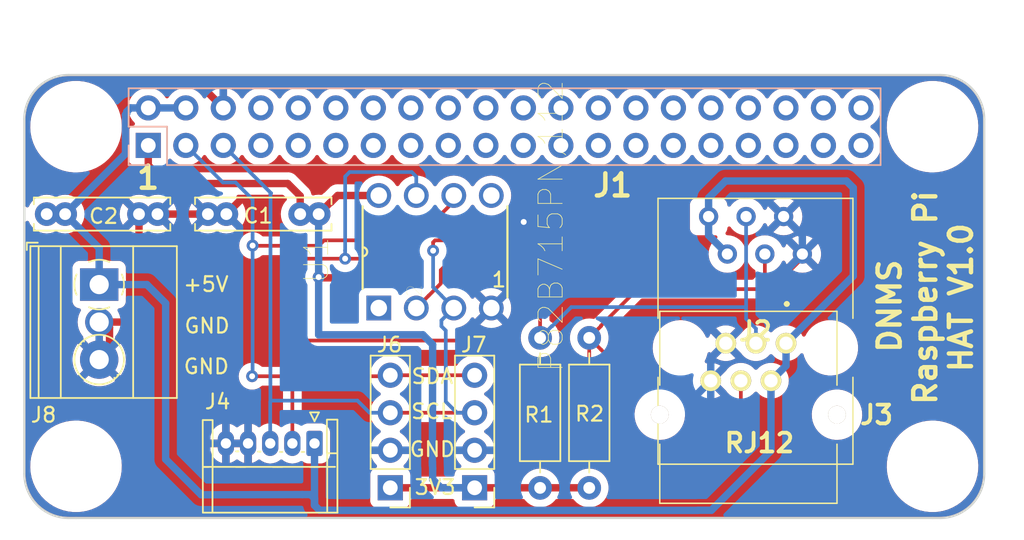
<source format=kicad_pcb>
(kicad_pcb (version 20221018) (generator pcbnew)
  (title_block (date "2019-02-28") (rev "1.0"))
  (layers (0 "F.Cu" signal) (31 "B.Cu" signal) (34 "B.Paste" user) (35 "F.Paste" user) (36 "B.SilkS" user "B.Silkscreen") (37 "F.SilkS" user "F.Silkscreen") (38 "B.Mask" user) (39 "F.Mask" user) (44 "Edge.Cuts" user))
  (net 0 "")
  (net 1 "+3V3")
  (net 2 "+5V")
  (net 3 "GND")
  (net 38 "SCL")
  (net 39 "SDA")
  (net 40 "SDA-EX")
  (net 41 "SCL-EX")
  (footprint "C_THT_100nF:C_THT_100nF_L9.0mm_W2.0mm_P5.00mm_P7.50mm" (layer "F.Cu") (at 137.46072 100.48874 180)
    (fp_text reference "C1" (at 4.09194 -0.11684) (layer "F.SilkS"))
    (fp_text value "100nF")
    (fp_line (start -0.87 -1.12) (end -0.87 -0.665) (stroke (width 0.12)) (layer "F.SilkS"))
    (fp_line (start -0.87 -1.12) (end 8.37 -1.12) (stroke (width 0.12)) (layer "F.SilkS"))
    (fp_line (start -0.87 0.665) (end -0.87 1.12) (stroke (width 0.12)) (layer "F.SilkS"))
    (fp_line (start -0.87 1.12) (end 8.37 1.12) (stroke (width 0.12)) (layer "F.SilkS"))
    (fp_line (start 8.37 -1.12) (end 8.37 -0.665) (stroke (width 0.12)) (layer "F.SilkS"))
    (fp_line (start 8.37 0.665) (end 8.37 1.12) (stroke (width 0.12)) (layer "F.SilkS"))
    (pad "1" thru_hole circle (at 0 0 180) (size 1.6 1.6) (drill 0.8) (layers "*.Cu" "*.Mask") (net 1 "+3V3"))
    (pad "1" thru_hole circle (at 1.25 0 180) (size 1.6 1.6) (drill 0.8) (layers "*.Cu" "*.Mask") (net 1 "+3V3"))
    (pad "2" thru_hole circle (at 6.25 0 180) (size 1.6 1.6) (drill 0.8) (layers "*.Cu" "*.Mask") (net 3 "GND"))
    (pad "2" thru_hole circle (at 7.5 0 180) (size 1.6 1.6) (drill 0.8) (layers "*.Cu" "*.Mask") (net 3 "GND"))
  )
  (footprint "C_THT_100nF:C_THT_100nF_L9.0mm_W2.0mm_P5.00mm_P7.50mm" (layer "F.Cu") (at 119.04572 100.48874)
    (fp_text reference "C2" (at 3.85064 0.1397) (layer "F.SilkS"))
    (fp_text value "100nF")
    (fp_line (start -0.87 -1.12) (end -0.87 -0.665) (stroke (width 0.12)) (layer "F.SilkS"))
    (fp_line (start -0.87 -1.12) (end 8.37 -1.12) (stroke (width 0.12)) (layer "F.SilkS"))
    (fp_line (start -0.87 0.665) (end -0.87 1.12) (stroke (width 0.12)) (layer "F.SilkS"))
    (fp_line (start -0.87 1.12) (end 8.37 1.12) (stroke (width 0.12)) (layer "F.SilkS"))
    (fp_line (start 8.37 -1.12) (end 8.37 -0.665) (stroke (width 0.12)) (layer "F.SilkS"))
    (fp_line (start 8.37 0.665) (end 8.37 1.12) (stroke (width 0.12)) (layer "F.SilkS"))
    (pad "1" thru_hole circle (at 0 0) (size 1.6 1.6) (drill 0.8) (layers "*.Cu" "*.Mask") (net 2 "+5V"))
    (pad "1" thru_hole circle (at 1.25 0) (size 1.6 1.6) (drill 0.8) (layers "*.Cu" "*.Mask") (net 2 "+5V"))
    (pad "2" thru_hole circle (at 6.25 0) (size 1.6 1.6) (drill 0.8) (layers "*.Cu" "*.Mask") (net 3 "GND"))
    (pad "2" thru_hole circle (at 7.5 0) (size 1.6 1.6) (drill 0.8) (layers "*.Cu" "*.Mask") (net 3 "GND"))
  )
  (footprint "54601906WPLF:54601906WPLF" (layer "F.Cu") (at 163.86656 100.65384)
    (fp_text reference "J2" (at 3.175 7.77) (layer "F.SilkS") (effects (font (size 1.27 1.27) (thickness 0.254))))
    (fp_text value "RJ12" hide)
    (fp_line (start -3.425 -1.23) (end 9.775 -1.23) (stroke (width 0.1)) (layer "F.SilkS"))
    (fp_line (start -3.425 6.89) (end -3.425 -1.23) (stroke (width 0.1)) (layer "F.SilkS"))
    (fp_line (start -3.425 10.89) (end -3.425 16.77) (stroke (width 0.1)) (layer "F.SilkS"))
    (fp_line (start -3.425 16.77) (end 9.775 16.77) (stroke (width 0.1)) (layer "F.SilkS"))
    (fp_line (start 9.775 -1.23) (end 9.775 6.89) (stroke (width 0.1)) (layer "F.SilkS"))
    (fp_line (start 9.775 16.77) (end 9.775 10.89) (stroke (width 0.1)) (layer "F.SilkS"))
    (pad "" np_thru_hole circle (at -1.905 8.89) (size 0.001 0.001) (drill 3.35) (layers "*.Cu" "*.Mask"))
    (pad "" np_thru_hole circle (at 8.255 8.89) (size 0.001 0.001) (drill 3.35) (layers "*.Cu" "*.Mask"))
    (pad "1" thru_hole circle (at 0 0) (size 1.303 1.303) (drill 0.76) (layers "*.Cu" "*.Mask") (net 2 "+5V"))
    (pad "2" thru_hole circle (at 1.27 2.54) (size 1.303 1.303) (drill 0.76) (layers "*.Cu" "*.Mask") (net 2 "+5V"))
    (pad "3" thru_hole circle (at 2.54 0) (size 1.303 1.303) (drill 0.76) (layers "*.Cu" "*.Mask") (net 41 "SCL-EX"))
    (pad "4" thru_hole circle (at 3.81 2.54) (size 1.303 1.303) (drill 0.76) (layers "*.Cu" "*.Mask") (net 40 "SDA-EX"))
    (pad "5" thru_hole circle (at 5.08 0) (size 1.303 1.303) (drill 0.76) (layers "*.Cu" "*.Mask") (net 3 "GND"))
    (pad "6" thru_hole circle (at 6.35 2.54) (size 1.303 1.303) (drill 0.76) (layers "*.Cu" "*.Mask") (net 3 "GND"))
  )
  (footprint "E5566-Q0LK22-L:E5566Q0LK22L" (layer "F.Cu") (at 166.5615 113.27256)
    (fp_text reference "J3" (at 8.67918 0.81534) (layer "F.SilkS") (effects (font (size 1.27 1.27) (thickness 0.254))))
    (fp_text value "RJ12" (at 0.74422 2.71526) (layer "F.SilkS") (effects (font (size 1.27 1.27) (thickness 0.254))))
    (fp_line (start -6 -6.2) (end 6 -6.2) (stroke (width 0.1)) (layer "F.SilkS"))
    (fp_line (start -6 -1.2) (end -6 -6.2) (stroke (width 0.1)) (layer "F.SilkS"))
    (fp_line (start -6 2.8) (end -6 6.8) (stroke (width 0.1)) (layer "F.SilkS"))
    (fp_line (start -6 6.8) (end 6 6.8) (stroke (width 0.1)) (layer "F.SilkS"))
    (fp_line (start 2.5 -6.7) (end 2.5 -6.7) (stroke (width 0.2)) (layer "F.SilkS"))
    (fp_line (start 2.7 -6.7) (end 2.7 -6.7) (stroke (width 0.2)) (layer "F.SilkS"))
    (fp_line (start 6 -6.2) (end 6 -1.2) (stroke (width 0.1)) (layer "F.SilkS"))
    (fp_line (start 6 6.8) (end 6 2.8) (stroke (width 0.1)) (layer "F.SilkS"))
    (fp_arc (start 2.5 -6.7) (mid 2.6 -6.8) (end 2.7 -6.7) (stroke (width 0.2)) (layer "F.SilkS"))
    (fp_arc (start 2.7 -6.7) (mid 2.6 -6.6) (end 2.5 -6.7) (stroke (width 0.2)) (layer "F.SilkS"))
    (pad "1" thru_hole circle (at 2.55 -4.04 90) (size 1.4 1.4) (drill 0.9) (layers "*.Cu" "*.Mask" "F.SilkS") (net 2 "+5V"))
    (pad "2" thru_hole circle (at 1.53 -1.5 90) (size 1.4 1.4) (drill 0.9) (layers "*.Cu" "*.Mask" "F.SilkS") (net 2 "+5V"))
    (pad "3" thru_hole circle (at 0.51 -4.04 90) (size 1.4 1.4) (drill 0.9) (layers "*.Cu" "*.Mask" "F.SilkS") (net 41 "SCL-EX"))
    (pad "4" thru_hole circle (at -0.51 -1.5 90) (size 1.4 1.4) (drill 0.9) (layers "*.Cu" "*.Mask" "F.SilkS") (net 40 "SDA-EX"))
    (pad "5" thru_hole circle (at -1.53 -4.04 90) (size 1.4 1.4) (drill 0.9) (layers "*.Cu" "*.Mask" "F.SilkS") (net 3 "GND"))
    (pad "6" thru_hole circle (at -2.55 -1.5 90) (size 1.4 1.4) (drill 0.9) (layers "*.Cu" "*.Mask" "F.SilkS") (net 3 "GND"))
    (pad "7" thru_hole circle (at -6 0.8 90) (size 1.2 1.2) (drill 2.4) (layers "*.Cu" "*.Mask" "F.SilkS"))
    (pad "8" thru_hole circle (at 6 0.8 90) (size 1.2 1.2) (drill 2.4) (layers "*.Cu" "*.Mask" "F.SilkS"))
  )
  (footprint "Connector_JST_ZH:JST_ZH_S5B-EH_1x05_P1.50mm_Horizontal" (layer "F.Cu") (at 137.18132 116.01576 180)
    (fp_text reference "J4" (at 6.56082 2.82956) (layer "F.SilkS"))
    (fp_text value "Conn_01x05")
    (fp_line (start -1.56 -4.69) (end 7.56 -4.69) (stroke (width 0.12)) (layer "F.SilkS"))
    (fp_line (start -1.55 1.6) (end -1.55 -4.69) (stroke (width 0.12)) (layer "F.SilkS"))
    (fp_line (start -1.39 -1.59) (end 7.56 -1.59) (stroke (width 0.12)) (layer "F.SilkS"))
    (fp_line (start -0.89 -0.67) (end -1.53 -0.67) (stroke (width 0.12)) (layer "F.SilkS"))
    (fp_line (start -0.86 -4.67) (end -0.86 -0.6) (stroke (width 0.12)) (layer "F.SilkS"))
    (fp_line (start -0.84 -0.64) (end -0.84 1.56) (stroke (width 0.12)) (layer "F.SilkS"))
    (fp_line (start -0.84 1.61) (end -1.55 1.61) (stroke (width 0.12)) (layer "F.SilkS"))
    (fp_line (start -0.3 2.1) (end 0.3 2.1) (stroke (width 0.12)) (layer "F.SilkS"))
    (fp_line (start 0 -1.59) (end -0.32 -1.59) (stroke (width 0.12)) (layer "F.SilkS"))
    (fp_line (start 0 1.5) (end -0.3 2.1) (stroke (width 0.12)) (layer "F.SilkS"))
    (fp_line (start 0.3 2.1) (end 0 1.5) (stroke (width 0.12)) (layer "F.SilkS"))
    (fp_line (start 0.32 -1.59) (end 0 -1.59) (stroke (width 0.12)) (layer "F.SilkS"))
    (fp_line (start 0.7 -0.58) (end 0.88 -0.58) (stroke (width 0.12)) (layer "F.SilkS"))
    (fp_line (start 2.18 -0.58) (end 2.34 -0.58) (stroke (width 0.12)) (layer "F.SilkS"))
    (fp_line (start 2.5 -1.59) (end 2.18 -1.59) (stroke (width 0.12)) (layer "F.SilkS"))
    (fp_line (start 2.82 -1.59) (end 2.5 -1.59) (stroke (width 0.12)) (layer "F.SilkS"))
    (fp_line (start 3.66 -0.56) (end 3.82 -0.56) (stroke (width 0.12)) (layer "F.SilkS"))
    (fp_line (start 5 -1.59) (end 4.68 -1.59) (stroke (width 0.12)) (layer "F.SilkS"))
    (fp_line (start 5.15 -0.54) (end 5.31 -0.54) (stroke (width 0.12)) (layer "F.SilkS"))
    (fp_line (start 5.32 -1.59) (end 5 -1.59) (stroke (width 0.12)) (layer "F.SilkS"))
    (fp_line (start 6.9 1.54) (end 6.9 -0.66) (stroke (width 0.12)) (layer "F.SilkS"))
    (fp_line (start 6.91 -4.69) (end 6.9 -0.62) (stroke (width 0.12)) (layer "F.SilkS"))
    (fp_line (start 7.5 -1.59) (end 7.18 -1.59) (stroke (width 0.12)) (layer "F.SilkS"))
    (fp_line (start 7.55 1.58) (end 6.9 1.58) (stroke (width 0.12)) (layer "F.SilkS"))
    (fp_line (start 7.56 -4.69) (end 7.57 1.58) (stroke (width 0.12)) (layer "F.SilkS"))
    (pad "1" thru_hole roundrect (at 0 0 180) (size 1.1 1.7) (drill 0.7) (layers "*.Cu" "*.Mask") (roundrect_rratio 0.147) (net 2 "+5V"))
    (pad "2" thru_hole oval (at 1.5 0 180) (size 1.1 1.7) (drill 0.7) (layers "*.Cu" "*.Mask") (net 39 "SDA"))
    (pad "3" thru_hole oval (at 3 0 180) (size 1.1 1.7) (drill 0.7) (layers "*.Cu" "*.Mask") (net 38 "SCL"))
    (pad "4" thru_hole oval (at 4.5 0 180) (size 1.1 1.7) (drill 0.7) (layers "*.Cu" "*.Mask") (net 3 "GND"))
    (pad "5" thru_hole oval (at 6 0 180) (size 1.1 1.7) (drill 0.7) (layers "*.Cu" "*.Mask") (net 3 "GND"))
  )
  (footprint "Connector_PinHeader_2.54mm:PinHeader_1x04_P2.54mm_Vertical" (layer "F.Cu") (at 142.31212 119.02124 180)
    (fp_text reference "J6" (at 0.0508 9.68568) (layer "F.SilkS"))
    (fp_text value "Conn_01x04_Pin")
    (fp_line (start -1.33 -1.33) (end 0 -1.33) (stroke (width 0.12)) (layer "F.SilkS"))
    (fp_line (start -1.33 0) (end -1.33 -1.33) (stroke (width 0.12)) (layer "F.SilkS"))
    (fp_line (start -1.33 1.27) (end -1.33 8.95) (stroke (width 0.12)) (layer "F.SilkS"))
    (fp_line (start -1.33 1.27) (end 1.33 1.27) (stroke (width 0.12)) (layer "F.SilkS"))
    (fp_line (start -1.33 8.95) (end 1.33 8.95) (stroke (width 0.12)) (layer "F.SilkS"))
    (fp_line (start 1.33 1.27) (end 1.33 8.95) (stroke (width 0.12)) (layer "F.SilkS"))
    (pad "1" thru_hole rect (at 0 0 180) (size 1.7 1.7) (drill 1) (layers "*.Cu" "*.Mask") (net 1 "+3V3"))
    (pad "2" thru_hole oval (at 0 2.54 180) (size 1.7 1.7) (drill 1) (layers "*.Cu" "*.Mask") (net 3 "GND"))
    (pad "3" thru_hole oval (at 0 5.08 180) (size 1.7 1.7) (drill 1) (layers "*.Cu" "*.Mask") (net 38 "SCL"))
    (pad "4" thru_hole oval (at 0 7.62 180) (size 1.7 1.7) (drill 1) (layers "*.Cu" "*.Mask") (net 39 "SDA"))
  )
  (footprint "Connector_PinHeader_2.54mm:PinHeader_1x04_P2.54mm_Vertical" (layer "F.Cu") (at 148.02204 119.02124 180)
    (fp_text reference "J7" (at 0.05842 9.68568) (layer "F.SilkS"))
    (fp_text value "Conn_01x04_Pin")
    (fp_line (start -1.33 -1.33) (end 0 -1.33) (stroke (width 0.12)) (layer "F.SilkS"))
    (fp_line (start -1.33 0) (end -1.33 -1.33) (stroke (width 0.12)) (layer "F.SilkS"))
    (fp_line (start -1.33 1.27) (end -1.33 8.95) (stroke (width 0.12)) (layer "F.SilkS"))
    (fp_line (start -1.33 1.27) (end 1.33 1.27) (stroke (width 0.12)) (layer "F.SilkS"))
    (fp_line (start -1.33 8.95) (end 1.33 8.95) (stroke (width 0.12)) (layer "F.SilkS"))
    (fp_line (start 1.33 1.27) (end 1.33 8.95) (stroke (width 0.12)) (layer "F.SilkS"))
    (pad "1" thru_hole rect (at 0 0 180) (size 1.7 1.7) (drill 1) (layers "*.Cu" "*.Mask") (net 1 "+3V3"))
    (pad "2" thru_hole oval (at 0 2.54 180) (size 1.7 1.7) (drill 1) (layers "*.Cu" "*.Mask") (net 3 "GND"))
    (pad "3" thru_hole oval (at 0 5.08 180) (size 1.7 1.7) (drill 1) (layers "*.Cu" "*.Mask") (net 38 "SCL"))
    (pad "4" thru_hole oval (at 0 7.62 180) (size 1.7 1.7) (drill 1) (layers "*.Cu" "*.Mask") (net 39 "SDA"))
  )
  (footprint "P82B715:P82B715 DIP8" (layer "F.Cu") (at 149.15234 99.2289 90)
    (fp_text reference "U1" (at -4.37032 -11.8406 90) (layer "F.SilkS") (effects (font (size 1.64057 1.64057) (thickness 0.05))))
    (fp_text value "P82B715PN,112" (at -2.05998 4.04365 90) (layer "F.SilkS") (effects (font (size 1.64205 1.64205) (thickness 0.05))))
    (fp_line (start -6.8834 1.0922) (end -0.7366 1.0922) (stroke (width 0.1524)) (layer "F.SilkS"))
    (fp_line (start -4.1148 -8.7122) (end -6.3246 -8.7122) (stroke (width 0.1524)) (layer "F.SilkS"))
    (fp_line (start -3.5052 -8.7122) (end -4.1148 -8.7122) (stroke (width 0.1524)) (layer "F.SilkS"))
    (fp_line (start -0.7366 -8.7122) (end -3.5052 -8.7122) (stroke (width 0.1524)) (layer "F.SilkS"))
    (fp_arc (start -3.5052 -8.7122) (mid -3.81 -8.4074) (end -4.1148 -8.7122) (stroke (width 0.1524)) (layer "F.SilkS"))
    (pad "1" thru_hole rect (at -7.62 -7.62 90) (size 1.6764 1.6764) (drill 1.1176) (layers "*.Cu" "*.Mask"))
    (pad "2" thru_hole circle (at -7.62 -5.08 90) (size 1.6764 1.6764) (drill 1.1176) (layers "*.Cu" "*.Mask") (net 41 "SCL-EX"))
    (pad "3" thru_hole circle (at -7.62 -2.54 90) (size 1.6764 1.6764) (drill 1.1176) (layers "*.Cu" "*.Mask") (net 38 "SCL"))
    (pad "4" thru_hole circle (at -7.62 0 90) (size 1.6764 1.6764) (drill 1.1176) (layers "*.Cu" "*.Mask") (net 3 "GND"))
    (pad "5" thru_hole circle (at 0 0 90) (size 1.6764 1.6764) (drill 1.1176) (layers "*.Cu" "*.Mask"))
    (pad "6" thru_hole circle (at 0 -2.54 90) (size 1.6764 1.6764) (drill 1.1176) (layers "*.Cu" "*.Mask") (net 39 "SDA"))
    (pad "7" thru_hole circle (at 0 -5.08 90) (size 1.6764 1.6764) (drill 1.1176) (layers "*.Cu" "*.Mask") (net 40 "SDA-EX"))
    (pad "8" thru_hole circle (at 0 -7.62 90) (size 1.6764 1.6764) (drill 1.1176) (layers "*.Cu" "*.Mask") (net 1 "+3V3"))
  )
  (footprint "P82B715:SOIC8" (layer "F.Cu") (at 145.23058 102.8992 90)
    (fp_text reference "U2" (at -3.30382 -1.2707 270) (layer "F.SilkS") (effects (font (size 1.000551 1.000551) (thickness 0.015))))
    (fp_text value "P82B715DR")
    (fp_text user "1" (at -2.032 4.43992) (layer "F.SilkS"))
    (pad "1" smd rect (at -1.905 2.6 90) (size 0.6 2.2) (layers "F.Cu" "F.Paste" "F.Mask"))
    (pad "2" smd rect (at -0.635 2.6 90) (size 0.6 2.2) (layers "F.Cu" "F.Paste" "F.Mask") (net 41 "SCL-EX"))
    (pad "3" smd rect (at 0.635 2.6 90) (size 0.6 2.2) (layers "F.Cu" "F.Paste" "F.Mask") (net 38 "SCL"))
    (pad "4" smd rect (at 1.905 2.6 90) (size 0.6 2.2) (layers "F.Cu" "F.Paste" "F.Mask") (net 3 "GND"))
    (pad "5" smd rect (at 1.905 -2.6 90) (size 0.6 2.2) (layers "F.Cu" "F.Paste" "F.Mask"))
    (pad "6" smd rect (at 0.635 -2.6 90) (size 0.6 2.2) (layers "F.Cu" "F.Paste" "F.Mask") (net 39 "SDA"))
    (pad "7" smd rect (at -0.635 -2.6 90) (size 0.6 2.2) (layers "F.Cu" "F.Paste" "F.Mask") (net 40 "SDA-EX"))
    (pad "8" smd rect (at -1.905 -2.6 90) (size 0.6 2.2) (layers "F.Cu" "F.Paste" "F.Mask") (net 1 "+3V3"))
  )
  (footprint "lib:MountingHole_2.7mm_M2.5_uHAT_RPi" (layer "F.Cu") (at 121.032 94.568)
    (fp_text reference "H1" hide)
    (fp_text value "MountingHole")
    (pad "" np_thru_hole circle (at 0 0) (size 2.7 2.7) (drill 2.7) (layers "*.Cu" "*.Mask") (clearance 1.75))
  )
  (footprint "lib:MountingHole_2.7mm_M2.5_uHAT_RPi" (layer "F.Cu") (at 179.032 94.568)
    (fp_text reference "H2" hide)
    (fp_text value "MountingHole")
    (pad "" np_thru_hole circle (at 0 0) (size 2.7 2.7) (drill 2.7) (layers "*.Cu" "*.Mask") (clearance 1.75))
  )
  (footprint "lib:MountingHole_2.7mm_M2.5_uHAT_RPi" (layer "F.Cu") (at 179.032 117.568)
    (fp_text reference "H3" hide)
    (fp_text value "MountingHole")
    (pad "" np_thru_hole circle (at 0 0) (size 2.7 2.7) (drill 2.7) (layers "*.Cu" "*.Mask") (clearance 1.75))
  )
  (footprint "lib:MountingHole_2.7mm_M2.5_uHAT_RPi" (layer "F.Cu") (at 121.032 117.568)
    (fp_text reference "H4" hide)
    (fp_text value "MountingHole")
    (pad "" np_thru_hole circle (at 0 0) (size 2.7 2.7) (drill 2.7) (layers "*.Cu" "*.Mask") (clearance 1.75))
  )
  (footprint "ScrewTerminalBlock:TerminalBlock_1x02_P2,54mm_P5.08mm_Horizontal" (layer "F.Cu") (at 122.59918 105.2614 -90)
    (fp_text reference "J8" (at 8.8265 3.76428) (layer "F.SilkS"))
    (fp_text value "Screw_Terminal_01x02")
    (fp_line (start -2.84 4.16) (end -2.84 4.9) (stroke (width 0.12)) (layer "F.SilkS"))
    (fp_line (start -2.84 4.9) (end -2.34 4.9) (stroke (width 0.12)) (layer "F.SilkS"))
    (fp_line (start -2.6 -5.261) (end -2.6 4.66) (stroke (width 0.12)) (layer "F.SilkS"))
    (fp_line (start -2.6 -5.261) (end 7.68 -5.261) (stroke (width 0.12)) (layer "F.SilkS"))
    (fp_line (start -2.6 -2.301) (end 7.68 -2.301) (stroke (width 0.12)) (layer "F.SilkS"))
    (fp_line (start -2.6 2.6) (end 7.68 2.6) (stroke (width 0.12)) (layer "F.SilkS"))
    (fp_line (start -2.6 4.1) (end 7.68 4.1) (stroke (width 0.12)) (layer "F.SilkS"))
    (fp_line (start -2.6 4.66) (end 7.68 4.66) (stroke (width 0.12)) (layer "F.SilkS"))
    (fp_line (start 3.853 1.023) (end 3.806 1.069) (stroke (width 0.12)) (layer "F.SilkS"))
    (fp_line (start 4.046 1.239) (end 4.011 1.274) (stroke (width 0.12)) (layer "F.SilkS"))
    (fp_line (start 6.15 -1.275) (end 6.115 -1.239) (stroke (width 0.12)) (layer "F.SilkS"))
    (fp_line (start 6.355 -1.069) (end 6.308 -1.023) (stroke (width 0.12)) (layer "F.SilkS"))
    (fp_line (start 7.68 -5.261) (end 7.68 4.66) (stroke (width 0.12)) (layer "F.SilkS"))
    (fp_arc (start -1.535427 0.683042) (mid -1.680501 -0.000524) (end -1.535 -0.684) (stroke (width 0.12)) (layer "F.SilkS"))
    (fp_arc (start -0.683042 -1.535427) (mid 0.000524 -1.680501) (end 0.684 -1.535) (stroke (width 0.12)) (layer "F.SilkS"))
    (fp_arc (start 0.028805 1.680253) (mid -0.335551 1.646659) (end -0.684 1.535) (stroke (width 0.12)) (layer "F.SilkS"))
    (fp_arc (start 0.683318 1.534756) (mid 0.349292 1.643288) (end 0 1.68) (stroke (width 0.12)) (layer "F.SilkS"))
    (fp_arc (start 1.535427 -0.683042) (mid 1.680501 0.000524) (end 1.535 0.684) (stroke (width 0.12)) (layer "F.SilkS"))
    (fp_circle (center 5.08 0) (end 6.76 0) (stroke (width 0.12)) (fill none) (layer "F.SilkS"))
    (pad "1" thru_hole rect (at 0 0 270) (size 2.2 2.6) (drill 1.3) (layers "*.Cu" "*.Mask") (net 2 "+5V"))
    (pad "2" thru_hole circle (at 2.54 0 270) (size 1.9 1.9) (drill 1.3) (layers "*.Cu" "*.Mask") (net 3 "GND"))
    (pad "2" thru_hole circle (at 5.08 0 270) (size 2.6 2.6) (drill 1.3) (layers "*.Cu" "*.Mask") (net 3 "GND"))
    (pad "3" smd rect (at 3.76 0 270) (size 1 0.5) (layers "F.Cu" "F.Paste" "F.Mask"))
    (pad "3" smd rect (at 3.76 0 270) (size 1 0.5) (layers "B.Cu" "B.Paste" "B.Mask"))
  )
  (footprint "Resistor_THT:R_Axial_DIN0207_L6.3mm_D2.5mm_P10.16mm_Horizontal" (layer "F.Cu") (at 152.45688 119.02886 90)
    (fp_text reference "R1" (at 4.94538 -0.08128) (layer "F.SilkS"))
    (fp_text value "330")
    (fp_line (start 1.04 0) (end 1.81 0) (stroke (width 0.12)) (layer "F.SilkS"))
    (fp_line (start 1.81 -1.37) (end 1.81 1.37) (stroke (width 0.12)) (layer "F.SilkS"))
    (fp_line (start 1.81 1.37) (end 8.35 1.37) (stroke (width 0.12)) (layer "F.SilkS"))
    (fp_line (start 8.35 -1.37) (end 1.81 -1.37) (stroke (width 0.12)) (layer "F.SilkS"))
    (fp_line (start 8.35 1.37) (end 8.35 -1.37) (stroke (width 0.12)) (layer "F.SilkS"))
    (fp_line (start 9.12 0) (end 8.35 0) (stroke (width 0.12)) (layer "F.SilkS"))
    (pad "1" thru_hole circle (at 0 0 90) (size 1.6 1.6) (drill 0.8) (layers "*.Cu" "*.Mask") (net 1 "+3V3"))
    (pad "2" thru_hole oval (at 10.16 0 90) (size 1.6 1.6) (drill 0.8) (layers "*.Cu" "*.Mask") (net 41 "SCL-EX"))
  )
  (footprint "Resistor_THT:R_Axial_DIN0207_L6.3mm_D2.5mm_P10.16mm_Horizontal" (layer "F.Cu") (at 155.78428 119.02886 90)
    (fp_text reference "R2" (at 5.01396 0.02286) (layer "F.SilkS"))
    (fp_text value "330")
    (fp_line (start 1.04 0) (end 1.81 0) (stroke (width 0.12)) (layer "F.SilkS"))
    (fp_line (start 1.81 -1.37) (end 1.81 1.37) (stroke (width 0.12)) (layer "F.SilkS"))
    (fp_line (start 1.81 1.37) (end 8.35 1.37) (stroke (width 0.12)) (layer "F.SilkS"))
    (fp_line (start 8.35 -1.37) (end 1.81 -1.37) (stroke (width 0.12)) (layer "F.SilkS"))
    (fp_line (start 8.35 1.37) (end 8.35 -1.37) (stroke (width 0.12)) (layer "F.SilkS"))
    (fp_line (start 9.12 0) (end 8.35 0) (stroke (width 0.12)) (layer "F.SilkS"))
    (pad "1" thru_hole circle (at 0 0 90) (size 1.6 1.6) (drill 0.8) (layers "*.Cu" "*.Mask") (net 1 "+3V3"))
    (pad "2" thru_hole oval (at 10.16 0 90) (size 1.6 1.6) (drill 0.8) (layers "*.Cu" "*.Mask") (net 40 "SDA-EX"))
  )
  (footprint "lib:PinSocket_2x20_P2.54mm_Vertical_Centered_Anchor" (layer "B.Cu") (at 150.0542 94.568 -90)
    (fp_text reference "J1" (at 3.98018 -7.32012 180) (layer "F.SilkS") (effects (font (size 1.5 1.5) (thickness 0.3))))
    (fp_text value "Conn_02x20_Odd_Even")
    (fp_line (start -2.6 -25.46) (end 2.6 -25.46) (stroke (width 0.12)) (layer "B.SilkS"))
    (fp_line (start -2.6 25.46) (end -2.6 -25.46) (stroke (width 0.12)) (layer "B.SilkS"))
    (fp_line (start -2.6 25.46) (end 0 25.46) (stroke (width 0.12)) (layer "B.SilkS"))
    (fp_line (start 0 22.86) (end 2.6 22.86) (stroke (width 0.12)) (layer "B.SilkS"))
    (fp_line (start 0 25.46) (end 0 22.86) (stroke (width 0.12)) (layer "B.SilkS"))
    (fp_line (start 1.27 25.46) (end 2.6 25.46) (stroke (width 0.12)) (layer "B.SilkS"))
    (fp_line (start 2.6 22.86) (end 2.6 -25.46) (stroke (width 0.12)) (layer "B.SilkS"))
    (fp_line (start 2.6 25.46) (end 2.6 24.13) (stroke (width 0.12)) (layer "B.SilkS"))
    (pad "1" thru_hole rect (at 1.27 24.13 270) (size 1.7 1.7) (drill 1) (layers "*.Cu" "*.Mask") (net 1 "+3V3"))
    (pad "2" thru_hole oval (at -1.27 24.13 270) (size 1.7 1.7) (drill 1) (layers "*.Cu" "*.Mask") (net 2 "+5V"))
    (pad "3" thru_hole oval (at 1.27 21.59 270) (size 1.7 1.7) (drill 1) (layers "*.Cu" "*.Mask") (net 39 "SDA"))
    (pad "4" thru_hole oval (at -1.27 21.59 270) (size 1.7 1.7) (drill 1) (layers "*.Cu" "*.Mask") (net 2 "+5V"))
    (pad "5" thru_hole oval (at 1.27 19.05 270) (size 1.7 1.7) (drill 1) (layers "*.Cu" "*.Mask") (net 38 "SCL"))
    (pad "6" thru_hole oval (at -1.27 19.05 270) (size 1.7 1.7) (drill 1) (layers "*.Cu" "*.Mask") (net 3 "GND"))
    (pad "7" thru_hole oval (at 1.27 16.51 270) (size 1.7 1.7) (drill 1) (layers "*.Cu" "*.Mask"))
    (pad "8" thru_hole oval (at -1.27 16.51 270) (size 1.7 1.7) (drill 1) (layers "*.Cu" "*.Mask"))
    (pad "9" thru_hole oval (at 1.27 13.97 270) (size 1.7 1.7) (drill 1) (layers "*.Cu" "*.Mask"))
    (pad "10" thru_hole oval (at -1.27 13.97 270) (size 1.7 1.7) (drill 1) (layers "*.Cu" "*.Mask"))
    (pad "11" thru_hole oval (at 1.27 11.43 270) (size 1.7 1.7) (drill 1) (layers "*.Cu" "*.Mask"))
    (pad "12" thru_hole oval (at -1.27 11.43 270) (size 1.7 1.7) (drill 1) (layers "*.Cu" "*.Mask"))
    (pad "13" thru_hole oval (at 1.27 8.89 270) (size 1.7 1.7) (drill 1) (layers "*.Cu" "*.Mask"))
    (pad "14" thru_hole oval (at -1.27 8.89 270) (size 1.7 1.7) (drill 1) (layers "*.Cu" "*.Mask"))
    (pad "15" thru_hole oval (at 1.27 6.35 270) (size 1.7 1.7) (drill 1) (layers "*.Cu" "*.Mask"))
    (pad "16" thru_hole oval (at -1.27 6.35 270) (size 1.7 1.7) (drill 1) (layers "*.Cu" "*.Mask"))
    (pad "17" thru_hole oval (at 1.27 3.81 270) (size 1.7 1.7) (drill 1) (layers "*.Cu" "*.Mask"))
    (pad "18" thru_hole oval (at -1.27 3.81 270) (size 1.7 1.7) (drill 1) (layers "*.Cu" "*.Mask"))
    (pad "19" thru_hole oval (at 1.27 1.27 270) (size 1.7 1.7) (drill 1) (layers "*.Cu" "*.Mask"))
    (pad "20" thru_hole oval (at -1.27 1.27 270) (size 1.7 1.7) (drill 1) (layers "*.Cu" "*.Mask"))
    (pad "21" thru_hole oval (at 1.27 -1.27 270) (size 1.7 1.7) (drill 1) (layers "*.Cu" "*.Mask"))
    (pad "22" thru_hole oval (at -1.27 -1.27 270) (size 1.7 1.7) (drill 1) (layers "*.Cu" "*.Mask"))
    (pad "23" thru_hole oval (at 1.27 -3.81 270) (size 1.7 1.7) (drill 1) (layers "*.Cu" "*.Mask"))
    (pad "24" thru_hole oval (at -1.27 -3.81 270) (size 1.7 1.7) (drill 1) (layers "*.Cu" "*.Mask"))
    (pad "25" thru_hole oval (at 1.27 -6.35 270) (size 1.7 1.7) (drill 1) (layers "*.Cu" "*.Mask"))
    (pad "26" thru_hole oval (at -1.27 -6.35 270) (size 1.7 1.7) (drill 1) (layers "*.Cu" "*.Mask"))
    (pad "27" thru_hole oval (at 1.27 -8.89 270) (size 1.7 1.7) (drill 1) (layers "*.Cu" "*.Mask"))
    (pad "28" thru_hole oval (at -1.27 -8.89 270) (size 1.7 1.7) (drill 1) (layers "*.Cu" "*.Mask"))
    (pad "29" thru_hole oval (at 1.27 -11.43 270) (size 1.7 1.7) (drill 1) (layers "*.Cu" "*.Mask"))
    (pad "30" thru_hole oval (at -1.27 -11.43 270) (size 1.7 1.7) (drill 1) (layers "*.Cu" "*.Mask"))
    (pad "31" thru_hole oval (at 1.27 -13.97 270) (size 1.7 1.7) (drill 1) (layers "*.Cu" "*.Mask"))
    (pad "32" thru_hole oval (at -1.27 -13.97 270) (size 1.7 1.7) (drill 1) (layers "*.Cu" "*.Mask"))
    (pad "33" thru_hole oval (at 1.27 -16.51 270) (size 1.7 1.7) (drill 1) (layers "*.Cu" "*.Mask"))
    (pad "34" thru_hole oval (at -1.27 -16.51 270) (size 1.7 1.7) (drill 1) (layers "*.Cu" "*.Mask"))
    (pad "35" thru_hole oval (at 1.27 -19.05 270) (size 1.7 1.7) (drill 1) (layers "*.Cu" "*.Mask"))
    (pad "36" thru_hole oval (at -1.27 -19.05 270) (size 1.7 1.7) (drill 1) (layers "*.Cu" "*.Mask"))
    (pad "37" thru_hole oval (at 1.27 -21.59 270) (size 1.7 1.7) (drill 1) (layers "*.Cu" "*.Mask"))
    (pad "38" thru_hole oval (at -1.27 -21.59 270) (size 1.7 1.7) (drill 1) (layers "*.Cu" "*.Mask"))
    (pad "39" thru_hole oval (at 1.27 -24.13 270) (size 1.7 1.7) (drill 1) (layers "*.Cu" "*.Mask"))
    (pad "40" thru_hole oval (at -1.27 -24.13 270) (size 1.7 1.7) (drill 1) (layers "*.Cu" "*.Mask"))
  )
  (gr_line (start 121.032 121.068) (end 179.032 121.068) (stroke (width 0.15)) (layer "Edge.Cuts"))
  (gr_arc (start 179.532 91.068) (mid 181.65332 91.94668) (end 182.532 94.068) (stroke (width 0.15)) (layer "Edge.Cuts"))
  (gr_arc (start 182.532 118.068) (mid 181.65332 120.18932) (end 179.532 121.068) (stroke (width 0.15)) (layer "Edge.Cuts"))
  (gr_arc (start 120.532 121.068) (mid 118.41068 120.18932) (end 117.532 118.068) (stroke (width 0.15)) (layer "Edge.Cuts"))
  (gr_arc (start 117.532 94.068) (mid 118.41068 91.94668) (end 120.532 91.068) (stroke (width 0.15)) (layer "Edge.Cuts"))
  (gr_line (start 117.532 118.068) (end 117.532 94.068) (stroke (width 0.15)) (layer "Edge.Cuts"))
  (gr_line (start 120.532 91.068) (end 179.532 91.068) (stroke (width 0.15)) (layer "Edge.Cuts"))
  (gr_line (start 182.532 94.068) (end 182.532 118.068) (stroke (width 0.15)) (layer "Edge.Cuts"))
  (gr_line (start 179.032 121.068) (end 179.532 121.068) (stroke (width 0.15)) (layer "Edge.Cuts"))
  (gr_line (start 121.032 121.068) (end 120.532 121.068) (stroke (width 0.15)) (layer "Edge.Cuts"))
  (gr_text "SCL" (at 145.11374 113.84914) (layer "F.SilkS") (effects (font (size 1 1))))
  (gr_text "GND" (at 145.162 116.41708) (layer "F.SilkS") (effects (font (size 1 1))))
  (gr_text "3V3" (at 145.34996 118.98248) (layer "F.SilkS") (effects (font (size 1 1))))
  (gr_text "+5V" (at 129.83056 105.24108) (layer "F.SilkS") (effects (font (size 1 1))))
  (gr_text "GND" (at 129.90676 108.05286) (layer "F.SilkS") (effects (font (size 1 1))))
  (gr_text "GND" (at 129.8585 110.80876) (layer "F.SilkS") (effects (font (size 1 1))))
  (gr_text "1" (at 125.91388 98.02494) (layer "F.SilkS") (effects (font (size 1.5 1.5) (thickness 0.3))))
  (gr_text "DNMS \nRaspberry Pi\nHAT V1.0" (at 178.54268 106.14278 90) (layer "F.SilkS") (effects (font (size 1.5 1.5) (thickness 0.3))))
  (gr_text "SDA" (at 145.162 111.47424) (layer "F.SilkS") (effects (font (size 1 1))))
  (segment (start 141.03058 104.8042) (end 137.53438 104.8042) (width 0.5) (layer "F.Cu") (net 1))
  (segment (start 135.3703 98.41864) (end 136.21072 99.25906) (width 0.5) (layer "F.Cu") (net 1))
  (segment (start 136.21072 99.25906) (end 136.21072 100.48874) (width 0.5) (layer "F.Cu") (net 1))
  (segment (start 138.7485 99.2289) (end 141.53234 99.2289) (width 0.5) (layer "F.Cu") (net 1))
  (segment (start 137.46072 100.48874) (end 138.260719 99.688741) (width 0.5) (layer "F.Cu") (net 1))
  (segment (start 125.9242 97.188) (end 127.15484 98.41864) (width 0.5) (layer "F.Cu") (net 1))
  (segment (start 138.288659 99.688741) (end 138.7485 99.2289) (width 0.5) (layer "F.Cu") (net 1))
  (segment (start 125.9242 95.838) (end 125.9242 97.188) (width 0.5) (layer "F.Cu") (net 1))
  (segment (start 155.77666 119.02124) (end 155.78428 119.02886) (width 0.5) (layer "F.Cu") (net 1))
  (segment (start 142.63058 104.8042) (end 141.03058 104.8042) (width 0.5) (layer "F.Cu") (net 1))
  (segment (start 138.260719 99.688741) (end 138.288659 99.688741) (width 0.5) (layer "F.Cu") (net 1))
  (segment (start 127.15484 98.41864) (end 135.3703 98.41864) (width 0.5) (layer "F.Cu") (net 1))
  (segment (start 142.31212 119.02124) (end 155.77666 119.02124) (width 0.5) (layer "F.Cu") (net 1))
  (via (at 137.46072 104.75594) (size 0.8) (drill 0.4) (layers "F.Cu" "B.Cu") (net 1))
  (segment (start 137.46072 104.75594) (end 137.46072 108.66246) (width 0.5) (layer "B.Cu") (net 1))
  (segment (start 137.46072 108.66246) (end 144.51938 108.66246) (width 0.5) (layer "B.Cu") (net 1))
  (segment (start 145.17978 109.32286) (end 145.16454 117.25274) (width 0.5) (layer "B.Cu") (net 1))
  (segment (start 145.17978 118.4567) (end 145.74432 119.02124) (width 0.5) (layer "B.Cu") (net 1))
  (segment (start 148.02204 119.02124) (end 146.67204 119.02124) (width 0.5) (layer "B.Cu") (net 1))
  (segment (start 145.74432 119.02124) (end 148.02204 119.02124) (width 0.5) (layer "B.Cu") (net 1))
  (segment (start 145.17978 117.70358) (end 145.17978 118.4567) (width 0.5) (layer "B.Cu") (net 1))
  (segment (start 145.16454 117.25274) (end 145.17978 117.70358) (width 0.5) (layer "B.Cu") (net 1))
  (segment (start 137.46072 100.48874) (end 137.46072 104.75594) (width 0.5) (layer "B.Cu") (net 1))
  (segment (start 144.51938 108.66246) (end 145.17978 109.32286) (width 0.5) (layer "B.Cu") (net 1))
  (segment (start 145.16454 117.51374) (end 145.16454 117.25274) (width 0.5) (layer "B.Cu") (net 1))
  (segment (start 136.21072 100.48874) (end 137.46072 100.48874) (width 0.5) (layer "B.Cu") (net 1))
  (segment (start 173.66686 104.6772) (end 173.66686 98.70918) (width 0.5) (layer "B.Cu") (net 2))
  (segment (start 121.095719 99.688741) (end 120.29572 100.48874) (width 0.5) (layer "B.Cu") (net 2))
  (segment (start 136.35582 119.48032) (end 136.91716 119.48032) (width 0.5) (layer "B.Cu") (net 2))
  (segment (start 164.05865 120.54299) (end 163.16232 120.54299) (width 0.5) (layer "B.Cu") (net 2))
  (segment (start 137.18132 120.20676) (end 137.18132 119.74448) (width 0.5) (layer "B.Cu") (net 2))
  (segment (start 137.18132 119.74448) (end 136.91716 119.48032) (width 0.5) (layer "B.Cu") (net 2))
  (segment (start 137.18132 120.20676) (end 137.51755 120.54299) (width 0.5) (layer "B.Cu") (net 2))
  (segment (start 129.50798 119.49556) (end 136.35582 119.48032) (width 0.5) (layer "B.Cu") (net 2))
  (segment (start 169.1115 109.23256) (end 173.66686 104.6772) (width 0.5) (layer "B.Cu") (net 2))
  (segment (start 120.29572 100.48874) (end 122.59918 102.7922) (width 0.5) (layer "B.Cu") (net 2))
  (segment (start 137.18132 116.01576) (end 137.18132 120.20676) (width 0.5) (layer "B.Cu") (net 2))
  (segment (start 122.59918 102.7922) (end 122.59918 105.2614) (width 0.5) (layer "B.Cu") (net 2))
  (segment (start 168.0915 116.51014) (end 164.05865 120.54299) (width 0.5) (layer "B.Cu") (net 2))
  (segment (start 163.86656 99.39384) (end 163.86656 100.65384) (width 0.5) (layer "B.Cu") (net 2))
  (segment (start 120.29572 100.48874) (end 119.04572 100.48874) (width 0.5) (layer "B.Cu") (net 2))
  (segment (start 163.86656 100.65384) (end 163.86656 101.92384) (width 0.5) (layer "B.Cu") (net 2))
  (segment (start 169.1115 109.23256) (end 169.1115 110.75256) (width 0.5) (layer "B.Cu") (net 2))
  (segment (start 124.463039 93.55708) (end 124.463039 93.669341) (width 0.5) (layer "B.Cu") (net 2))
  (segment (start 124.463039 93.669341) (end 124.382001 93.750379) (width 0.5) (layer "B.Cu") (net 2))
  (segment (start 173.66686 98.70918) (end 173.2036 98.24592) (width 0.5) (layer "B.Cu") (net 2))
  (segment (start 127.10006 117.08764) (end 129.50798 119.49556) (width 0.5) (layer "B.Cu") (net 2))
  (segment (start 168.0915 111.77256) (end 168.0915 116.51014) (width 0.5) (layer "B.Cu") (net 2))
  (segment (start 124.382001 96.402459) (end 121.095719 99.688741) (width 0.5) (layer "B.Cu") (net 2))
  (segment (start 169.1115 110.75256) (end 168.0915 111.77256) (width 0.5) (layer "B.Cu") (net 2))
  (segment (start 173.2036 98.24592) (end 165.01448 98.24592) (width 0.5) (layer "B.Cu") (net 2))
  (segment (start 165.01448 98.24592) (end 163.86656 99.39384) (width 0.5) (layer "B.Cu") (net 2))
  (segment (start 125.9242 93.298) (end 124.722119 93.298) (width 0.5) (layer "B.Cu") (net 2))
  (segment (start 125.83006 105.2614) (end 127.10006 106.5314) (width 0.5) (layer "B.Cu") (net 2))
  (segment (start 127.10006 106.5314) (end 127.10006 117.08764) (width 0.5) (layer "B.Cu") (net 2))
  (segment (start 128.4642 93.298) (end 125.9242 93.298) (width 0.5) (layer "B.Cu") (net 2))
  (segment (start 163.86656 101.92384) (end 165.13656 103.19384) (width 0.5) (layer "B.Cu") (net 2))
  (segment (start 137.51755 120.54299) (end 138.3818 120.54299) (width 0.5) (layer "B.Cu") (net 2))
  (segment (start 124.722119 93.298) (end 124.463039 93.55708) (width 0.5) (layer "B.Cu") (net 2))
  (segment (start 124.382001 93.750379) (end 124.382001 96.402459) (width 0.5) (layer "B.Cu") (net 2))
  (segment (start 122.59918 105.2614) (end 125.83006 105.2614) (width 0.5) (layer "B.Cu") (net 2))
  (segment (start 137.95697 120.55126) (end 163.16232 120.55126) (width 0.5) (layer "B.Cu") (net 2))
  (segment (start 123.299181 108.161399) (end 122.939182 107.8014) (width 0.5) (layer "F.Cu") (net 3))
  (segment (start 124.382001 92.347649) (end 124.382001 93.267261) (width 0.5) (layer "F.Cu") (net 3))
  (segment (start 125.13664 91.59301) (end 124.382001 92.347649) (width 0.5) (layer "F.Cu") (net 3))
  (segment (start 122.59918 110.3414) (end 122.839182 110.3414) (width 0.5) (layer "F.Cu") (net 3))
  (segment (start 168.94656 100.6894) (end 168.94656 100.65384) (width 0.5) (layer "F.Cu") (net 3))
  (segment (start 143.514201 116.48124) (end 148.02204 116.48124) (width 0.5) (layer "F.Cu") (net 3))
  (segment (start 125.13664 91.59301) (end 129.29921 91.59301) (width 0.5) (layer "F.Cu") (net 3))
  (segment (start 122.59918 110.3414) (end 128.27354 116.01576) (width 0.5) (layer "F.Cu") (net 3))
  (segment (start 138.64944 118.62434) (end 140.79254 116.48124) (width 0.5) (layer "F.Cu") (net 3))
  (segment (start 169.27676 104.238166) (end 169.27676 104.9873) (width 0.5) (layer "F.Cu") (net 3))
  (segment (start 125.29572 107.2537) (end 125.29572 100.48874) (width 0.5) (layer "F.Cu") (net 3))
  (segment (start 170.21656 103.19384) (end 170.21656 103.298366) (width 0.5) (layer "F.Cu") (net 3))
  (segment (start 124.40512 99.59814) (end 125.29572 100.48874) (width 0.5) (layer "F.Cu") (net 3))
  (segment (start 124.74802 107.8014) (end 125.29572 107.2537) (width 0.5) (layer "F.Cu") (net 3))
  (segment (start 170.21656 103.298366) (end 169.27676 104.238166) (width 0.5) (layer "F.Cu") (net 3))
  (segment (start 126.54572 100.48874) (end 131.21072 100.48874) (width 0.5) (layer "F.Cu") (net 3))
  (segment (start 140.79254 116.48124) (end 142.31212 116.48124) (width 0.5) (layer "F.Cu") (net 3))
  (segment (start 165.0315 109.23256) (end 165.0315 109.25336) (width 0.5) (layer "F.Cu") (net 3))
  (segment (start 122.59918 107.8014) (end 124.74802 107.8014) (width 0.5) (layer "F.Cu") (net 3))
  (segment (start 124.40512 92.893078) (end 124.3848 93.27006) (width 0.5) (layer "F.Cu") (net 3))
  (segment (start 129.29921 91.59301) (end 131.0042 93.298) (width 0.5) (layer "F.Cu") (net 3))
  (segment (start 124.382001 93.267261) (end 124.3848 93.27006) (width 0.5) (layer "F.Cu") (net 3))
  (segment (start 132.76934 118.62434) (end 138.64944 118.62434) (width 0.5) (layer "F.Cu") (net 3))
  (segment (start 124.40512 98.97998) (end 124.40512 99.59814) (width 0.5) (layer "F.Cu") (net 3))
  (segment (start 122.839182 110.3414) (end 123.299181 109.881401) (width 0.5) (layer "F.Cu") (net 3))
  (segment (start 151.3215 100.9942) (end 151.3469 101.0196) (width 0.5) (layer "F.Cu") (net 3))
  (segment (start 142.31212 116.48124) (end 143.514201 116.48124) (width 0.5) (layer "F.Cu") (net 3))
  (segment (start 169.27676 104.9873) (end 165.0315 109.23256) (width 0.5) (layer "F.Cu") (net 3))
  (segment (start 122.939182 107.8014) (end 122.59918 107.8014) (width 0.5) (layer "F.Cu") (net 3))
  (segment (start 124.3848 93.27006) (end 124.40512 98.97998) (width 0.5) (layer "F.Cu") (net 3))
  (segment (start 132.68132 116.01576) (end 132.68132 118.53632) (width 0.5) (layer "F.Cu") (net 3))
  (segment (start 147.83058 100.9942) (end 151.3215 100.9942) (width 0.5) (layer "F.Cu") (net 3))
  (segment (start 125.29572 100.48874) (end 126.54572 100.48874) (width 0.5) (layer "F.Cu") (net 3))
  (segment (start 128.27354 116.01576) (end 132.68132 116.01576) (width 0.5) (layer "F.Cu") (net 3))
  (segment (start 123.299181 109.881401) (end 123.299181 108.161399) (width 0.5) (layer "F.Cu") (net 3))
  (segment (start 132.68132 118.53632) (end 132.76934 118.62434) (width 0.5) (layer "F.Cu") (net 3))
  (via (at 151.3469 101.0196) (size 0.8) (drill 0.4) (layers "F.Cu" "B.Cu") (net 3))
  (segment (start 151.3469 101.0196) (end 151.3469 101.0196) (width 0.5) (layer "B.Cu") (net 3))
  (segment (start 150.32582 108.02238) (end 150.32582 116.39168) (width 0.5) (layer "B.Cu") (net 3))
  (segment (start 162.99407 115.94337) (end 163.0436 115.89384) (width 0.5) (layer "B.Cu") (net 3))
  (segment (start 162.96105 115.94337) (end 162.99407 115.94337) (width 0.5) (layer "B.Cu") (net 3))
  (segment (start 164.0115 111.77256) (end 164.0115 114.89292) (width 0.5) (layer "B.Cu") (net 3))
  (segment (start 165.0315 109.25266) (end 165.0315 109.23256) (width 0.5) (layer "B.Cu") (net 3))
  (segment (start 149.15234 106.8489) (end 149.990539 106.010701) (width 0.5) (layer "B.Cu") (net 3))
  (segment (start 170.21656 103.19384) (end 170.21656 101.92384) (width 0.5) (layer "B.Cu") (net 3))
  (segment (start 164.0115 111.77256) (end 164.0115 110.25256) (width 0.5) (layer "B.Cu") (net 3))
  (segment (start 164.0115 114.89292) (end 162.96105 115.94337) (width 0.5) (layer "B.Cu") (net 3))
  (segment (start 149.990539 106.003081) (end 151.1818 104.81182) (width 0.5) (layer "B.Cu") (net 3))
  (segment (start 151.3469 104.64672) (end 151.3469 101.0196) (width 0.5) (layer "B.Cu") (net 3))
  (segment (start 164.0115 110.25256) (end 165.0315 109.23256) (width 0.5) (layer "B.Cu") (net 3))
  (segment (start 168.94656 100.71988) (end 168.94656 100.65384) (width 0.5) (layer "B.Cu") (net 3))
  (segment (start 151.1818 104.81182) (end 151.3469 104.64672) (width 0.5) (layer "B.Cu") (net 3))
  (segment (start 149.990539 106.010701) (end 149.990539 106.003081) (width 0.5) (layer "B.Cu") (net 3))
  (segment (start 150.42488 116.49074) (end 148.02204 116.48124) (width 0.5) (layer "B.Cu") (net 3))
  (segment (start 149.15234 106.8489) (end 150.32582 108.02238) (width 0.5) (layer "B.Cu") (net 3))
  (segment (start 170.21656 101.92384) (end 168.94656 100.65384) (width 0.5) (layer "B.Cu") (net 3))
  (segment (start 162.42318 116.48124) (end 150.42488 116.49074) (width 0.5) (layer "B.Cu") (net 3))
  (segment (start 150.32582 116.39168) (end 150.42488 116.49074) (width 0.5) (layer "B.Cu") (net 3))
  (segment (start 162.96105 115.94337) (end 162.42318 116.48124) (width 0.5) (layer "B.Cu") (net 3))
  (segment (start 145.2128 102.399555) (end 145.348155 102.2642) (width 0.25) (layer "F.Cu") (net 38))
  (segment (start 145.348155 102.2642) (end 146.48058 102.2642) (width 0.25) (layer "F.Cu") (net 38))
  (segment (start 145.2128 102.96524) (end 145.2128 102.399555) (width 0.25) (layer "F.Cu") (net 38))
  (segment (start 142.31212 113.94124) (end 143.514201 113.94124) (width 0.25) (layer "F.Cu") (net 38))
  (segment (start 143.514201 113.94124) (end 148.02204 113.94124) (width 0.25) (layer "F.Cu") (net 38))
  (segment (start 146.48058 102.2642) (end 147.83058 102.2642) (width 0.25) (layer "F.Cu") (net 38))
  (via (at 145.2128 102.96524) (size 0.8) (drill 0.4) (layers "F.Cu" "B.Cu") (net 38))
  (segment (start 145.2128 102.96524) (end 145.2128 102.96524) (width 0.25) (layer "B.Cu") (net 38))
  (segment (start 145.774141 106.010701) (end 145.774141 106.000541) (width 0.25) (layer "B.Cu") (net 38))
  (segment (start 146.06878 108.37544) (end 145.774141 108.080801) (width 0.25) (layer "B.Cu") (net 38))
  (segment (start 140.088959 113.12016) (end 140.910039 113.94124) (width 0.25) (layer "B.Cu") (net 38))
  (segment (start 140.910039 113.94124) (end 142.31212 113.94124) (width 0.25) (layer "B.Cu") (net 38))
  (segment (start 131.0042 95.838) (end 134.24 99.0738) (width 0.25) (layer "B.Cu") (net 38))
  (segment (start 134.19428 113.19382) (end 134.18132 113.20678) (width 0.25) (layer "B.Cu") (net 38))
  (segment (start 146.60726 106.8489) (end 146.61234 106.8489) (width 0.25) (layer "B.Cu") (net 38))
  (segment (start 140.088959 113.12016) (end 134.26794 113.12016) (width 0.25) (layer "B.Cu") (net 38))
  (segment (start 145.774141 106.000541) (end 145.2128 105.4392) (width 0.25) (layer "B.Cu") (net 38))
  (segment (start 148.02204 113.94124) (end 146.819959 113.94124) (width 0.25) (layer "B.Cu") (net 38))
  (segment (start 134.24 99.0738) (end 134.18132 99.13248) (width 0.25) (layer "B.Cu") (net 38))
  (segment (start 146.61234 106.8489) (end 145.774141 106.010701) (width 0.25) (layer "B.Cu") (net 38))
  (segment (start 146.06878 113.190061) (end 146.06878 108.37544) (width 0.25) (layer "B.Cu") (net 38))
  (segment (start 134.18132 113.20678) (end 134.18132 116.01576) (width 0.25) (layer "B.Cu") (net 38))
  (segment (start 145.774141 107.687099) (end 146.61234 106.8489) (width 0.25) (layer "B.Cu") (net 38))
  (segment (start 134.26794 113.12016) (end 134.19428 113.19382) (width 0.25) (layer "B.Cu") (net 38))
  (segment (start 145.774141 108.080801) (end 145.774141 107.687099) (width 0.25) (layer "B.Cu") (net 38))
  (segment (start 134.20164 99.20614) (end 134.19428 113.19382) (width 0.25) (layer "B.Cu") (net 38))
  (segment (start 145.2128 105.4392) (end 145.2128 102.96524) (width 0.25) (layer "B.Cu") (net 38))
  (segment (start 146.819959 113.94124) (end 146.06878 113.190061) (width 0.25) (layer "B.Cu") (net 38))
  (segment (start 132.95476 111.66982) (end 132.95476 111.66982) (width 0.25) (layer "F.Cu") (net 39))
  (segment (start 142.63058 102.2642) (end 143.98058 102.2642) (width 0.25) (layer "F.Cu") (net 39))
  (segment (start 132.95476 111.46982) (end 135.72336 111.46982) (width 0.25) (layer "F.Cu") (net 39))
  (segment (start 146.61234 99.63244) (end 146.61234 99.2289) (width 0.25) (layer "F.Cu") (net 39))
  (segment (start 137.83156 102.2642) (end 137.46072 102.63504) (width 0.25) (layer "F.Cu") (net 39))
  (segment (start 135.72336 111.46982) (end 142.24354 111.46982) (width 0.25) (layer "F.Cu") (net 39))
  (segment (start 142.01748 111.3066) (end 142.31212 111.60124) (width 0.25) (layer "F.Cu") (net 39))
  (segment (start 137.46072 102.63504) (end 133.00556 102.63504) (width 0.25) (layer "F.Cu") (net 39))
  (segment (start 142.63058 102.2642) (end 137.83156 102.2642) (width 0.25) (layer "F.Cu") (net 39))
  (segment (start 135.68132 111.71186) (end 135.72336 111.66982) (width 0.25) (layer "F.Cu") (net 39))
  (segment (start 142.24354 111.66982) (end 142.31212 111.60124) (width 0.25) (layer "F.Cu") (net 39))
  (segment (start 143.514201 111.40124) (end 148.02204 111.40124) (width 0.25) (layer "F.Cu") (net 39))
  (segment (start 142.31212 111.40124) (end 143.514201 111.40124) (width 0.25) (layer "F.Cu") (net 39))
  (segment (start 135.68132 111.51186) (end 135.72336 111.46982) (width 0.25) (layer "F.Cu") (net 39))
  (segment (start 135.68132 116.01576) (end 135.68132 111.71186) (width 0.25) (layer "F.Cu") (net 39))
  (segment (start 143.98058 102.2642) (end 146.61234 99.63244) (width 0.25) (layer "F.Cu") (net 39))
  (segment (start 135.68132 111.71186) (end 135.68132 111.51186) (width 0.25) (layer "F.Cu") (net 39))
  (via (at 132.98778 102.6198) (size 0.8) (drill 0.4) (layers "F.Cu" "B.Cu") (net 39))
  (via (at 132.95476 111.46982) (size 0.8) (drill 0.4) (layers "F.Cu" "B.Cu") (net 39))
  (segment (start 132.98778 111.3066) (end 132.98778 111.3066) (width 0.25) (layer "B.Cu") (net 39))
  (segment (start 132.98778 102.6198) (end 132.98778 99.49814) (width 0.25) (layer "B.Cu") (net 39))
  (segment (start 129.314199 96.687999) (end 128.4642 95.838) (width 0.25) (layer "B.Cu") (net 39))
  (segment (start 132.98778 99.49814) (end 131.83208 98.34244) (width 0.25) (layer "B.Cu") (net 39))
  (segment (start 131.83208 98.34244) (end 130.97356 98.34244) (width 0.25) (layer "B.Cu") (net 39))
  (segment (start 132.98778 111.3066) (end 132.98778 111.24056) (width 0.25) (layer "B.Cu") (net 39))
  (segment (start 130.97356 98.34244) (end 129.319119 96.687999) (width 0.25) (layer "B.Cu") (net 39))
  (segment (start 129.319119 96.687999) (end 129.314199 96.687999) (width 0.25) (layer "B.Cu") (net 39))
  (segment (start 132.95476 111.27358) (end 132.98778 111.24056) (width 0.25) (layer "B.Cu") (net 39))
  (segment (start 132.98778 111.3066) (end 132.98778 111.3066) (width 0.25) (layer "B.Cu") (net 39))
  (segment (start 132.98778 111.24056) (end 132.98778 102.6198) (width 0.25) (layer "B.Cu") (net 39))
  (segment (start 132.95476 111.66982) (end 132.95476 111.27358) (width 0.25) (layer "B.Cu") (net 39))
  (segment (start 139.25396 103.5088) (end 135.9672 103.5088) (width 0.25) (layer "F.Cu") (net 40))
  (segment (start 142.63058 103.5342) (end 141.28058 103.5342) (width 0.25) (layer "F.Cu") (net 40))
  (segment (start 156.587479 109.668859) (end 158.98468 112.06606) (width 0.25) (layer "F.Cu") (net 40))
  (segment (start 155.78428 108.86886) (end 156.584279 108.068861) (width 0.25) (layer "F.Cu") (net 40))
  (segment (start 166.0515 113.1501) (end 166.0515 111.77256) (width 0.25) (layer "F.Cu") (net 40))
  (segment (start 159.05072 105.56874) (end 167.133 105.56874) (width 0.25) (layer "F.Cu") (net 40))
  (segment (start 156.584279 109.668859) (end 156.587479 109.668859) (width 0.25) (layer "F.Cu") (net 40))
  (segment (start 135.9672 103.5088) (end 135.98752 103.52912) (width 0.25) (layer "F.Cu") (net 40))
  (segment (start 167.133 105.56874) (end 167.67656 105.02518) (width 0.25) (layer "F.Cu") (net 40))
  (segment (start 155.78428 108.86886) (end 155.78428 110.38712) (width 0.25) (layer "F.Cu") (net 40))
  (segment (start 165.35246 113.84914) (end 166.0515 113.1501) (width 0.25) (layer "F.Cu") (net 40))
  (segment (start 155.78428 108.86886) (end 156.584279 109.668859) (width 0.25) (layer "F.Cu") (net 40))
  (segment (start 163.30522 113.84914) (end 165.35246 113.84914) (width 0.25) (layer "F.Cu") (net 40))
  (segment (start 136.3736 109.05108) (end 135.98752 108.665) (width 0.25) (layer "F.Cu") (net 40))
  (segment (start 149.38602 109.05108) (end 136.3736 109.05108) (width 0.25) (layer "F.Cu") (net 40))
  (segment (start 154.98926 111.18214) (end 151.51708 111.18214) (width 0.25) (layer "F.Cu") (net 40))
  (segment (start 135.98752 103.52912) (end 135.98752 108.665) (width 0.25) (layer "F.Cu") (net 40))
  (segment (start 161.52214 112.06606) (end 163.30522 113.84914) (width 0.25) (layer "F.Cu") (net 40))
  (segment (start 151.51708 111.18214) (end 149.38602 109.05108) (width 0.25) (layer "F.Cu") (net 40))
  (segment (start 141.25518 103.5088) (end 139.25396 103.5088) (width 0.25) (layer "F.Cu") (net 40))
  (segment (start 156.584279 108.068861) (end 156.584279 108.035181) (width 0.25) (layer "F.Cu") (net 40))
  (segment (start 141.28058 103.5342) (end 141.25518 103.5088) (width 0.25) (layer "F.Cu") (net 40))
  (segment (start 167.67656 105.02518) (end 167.67656 103.19384) (width 0.25) (layer "F.Cu") (net 40))
  (segment (start 156.584279 108.035181) (end 159.05072 105.56874) (width 0.25) (layer "F.Cu") (net 40))
  (segment (start 155.78428 110.38712) (end 154.98926 111.18214) (width 0.25) (layer "F.Cu") (net 40))
  (segment (start 158.98468 112.06606) (end 161.52214 112.06606) (width 0.25) (layer "F.Cu") (net 40))
  (via (at 139.25396 103.5088) (size 0.8) (drill 0.4) (layers "F.Cu" "B.Cu") (net 40))
  (segment (start 143.76246 97.6414) (end 144.07234 97.95128) (width 0.25) (layer "B.Cu") (net 40))
  (segment (start 139.55876 97.6414) (end 143.76246 97.6414) (width 0.25) (layer "B.Cu") (net 40))
  (segment (start 139.25396 102.943115) (end 139.2565 102.940575) (width 0.25) (layer "B.Cu") (net 40))
  (segment (start 139.2565 102.940575) (end 139.2565 97.94366) (width 0.25) (layer "B.Cu") (net 40))
  (segment (start 139.25396 103.5088) (end 139.25396 102.943115) (width 0.25) (layer "B.Cu") (net 40))
  (segment (start 144.07234 97.95128) (end 144.07234 99.2289) (width 0.25) (layer "B.Cu") (net 40))
  (segment (start 139.2565 97.94366) (end 139.55876 97.6414) (width 0.25) (layer "B.Cu") (net 40))
  (segment (start 147.83058 103.5342) (end 151.12084 103.5342) (width 0.25) (layer "F.Cu") (net 41))
  (segment (start 144.913079 106.010701) (end 145.73096 105.19282) (width 0.25) (layer "F.Cu") (net 41))
  (segment (start 145.73096 105.19282) (end 145.73096 104.28382) (width 0.25) (layer "F.Cu") (net 41))
  (segment (start 146.48058 103.5342) (end 147.83058 103.5342) (width 0.25) (layer "F.Cu") (net 41))
  (segment (start 144.07234 106.8489) (end 144.910539 106.010701) (width 0.25) (layer "F.Cu") (net 41))
  (segment (start 145.73096 104.28382) (end 146.48058 103.5342) (width 0.25) (layer "F.Cu") (net 41))
  (segment (start 151.12084 103.5342) (end 152.45688 104.87024) (width 0.25) (layer "F.Cu") (net 41))
  (segment (start 144.910539 106.010701) (end 144.913079 106.010701) (width 0.25) (layer "F.Cu") (net 41))
  (segment (start 152.45688 104.87024) (end 152.45688 108.86886) (width 0.25) (layer "F.Cu") (net 41))
  (segment (start 153.256879 108.068861) (end 153.284159 108.068861) (width 0.25) (layer "B.Cu") (net 41))
  (segment (start 167.0715 108.242611) (end 166.40656 107.577671) (width 0.25) (layer "B.Cu") (net 41))
  (segment (start 154.56508 106.78794) (end 166.34052 106.78794) (width 0.25) (layer "B.Cu") (net 41))
  (segment (start 166.40656 106.7219) (end 166.40656 107.01908) (width 0.25) (layer "B.Cu") (net 41))
  (segment (start 166.40656 107.577671) (end 166.40656 107.01908) (width 0.25) (layer "B.Cu") (net 41))
  (segment (start 152.45688 108.86886) (end 153.256879 108.068861) (width 0.25) (layer "B.Cu") (net 41))
  (segment (start 166.40656 100.65384) (end 166.40656 106.7219) (width 0.25) (layer "B.Cu") (net 41))
  (segment (start 167.0715 109.23256) (end 167.0715 108.242611) (width 0.25) (layer "B.Cu") (net 41))
  (segment (start 166.34052 106.78794) (end 166.40656 106.7219) (width 0.25) (layer "B.Cu") (net 41))
  (segment (start 153.284159 108.068861) (end 154.56508 106.78794) (width 0.25) (layer "B.Cu") (net 41))
  (zone (net 3) (net_name "GND") (layer "F.Cu") (connect_pads (clearance 0.508)) (min_thickness 0.254) (fill yes (thermal_gap 0.508) (thermal_bridge_width 0.508))
    (polygon (pts (xy 184.3542 89.650529) (xy 184.3542 122.45466) (xy 116.5489 122.55118) (xy 116.6632 89.60738)))
    (polygon (pts (xy 184.40246 89.65056) (xy 184.3542 89.650529) (xy 184.3542 89.60484)))
  )
  (zone (net 3) (net_name "GND") (layer "B.Cu") (connect_pads (clearance 0.508)) (min_thickness 0.254) (fill yes (thermal_gap 0.508) (thermal_bridge_width 0.508))
    (polygon (pts (xy 116.7775 89.63532) (xy 184.37706 89.63532) (xy 184.37706 122.47498) (xy 116.62002 122.47498) (xy 116.6632 89.62516)))
  )
)
</source>
